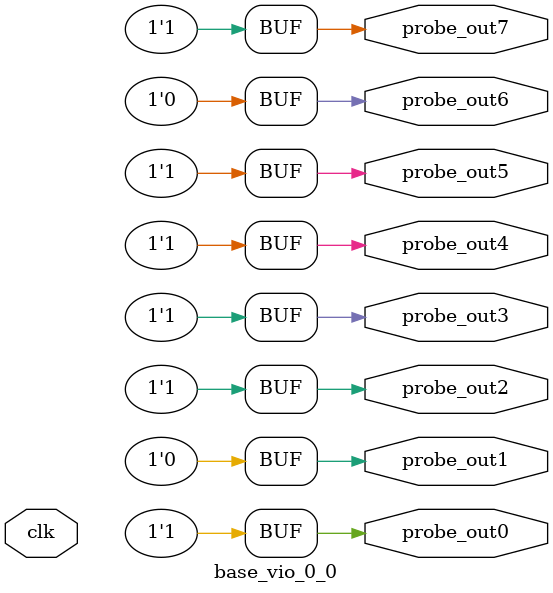
<source format=v>
`timescale 1ns / 1ps
module base_vio_0_0 (
clk,

probe_out0,
probe_out1,
probe_out2,
probe_out3,
probe_out4,
probe_out5,
probe_out6,
probe_out7
);

input clk;

output reg [0 : 0] probe_out0 = 'h1 ;
output reg [0 : 0] probe_out1 = 'h0 ;
output reg [0 : 0] probe_out2 = 'h1 ;
output reg [0 : 0] probe_out3 = 'h1 ;
output reg [0 : 0] probe_out4 = 'h1 ;
output reg [0 : 0] probe_out5 = 'h1 ;
output reg [0 : 0] probe_out6 = 'h0 ;
output reg [0 : 0] probe_out7 = 'h1 ;


endmodule

</source>
